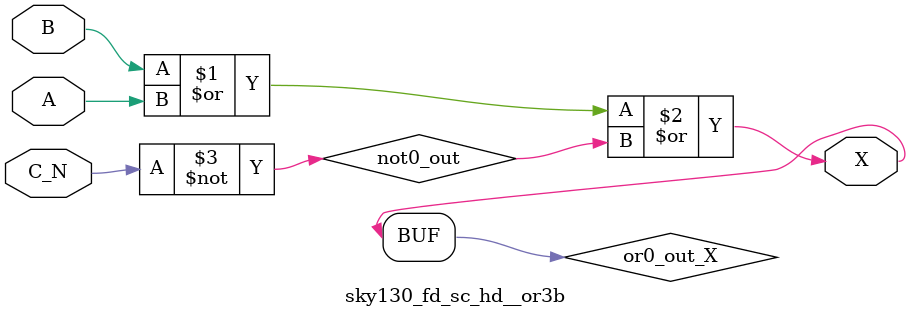
<source format=v>
/*
 * Copyright 2020 The SkyWater PDK Authors
 *
 * Licensed under the Apache License, Version 2.0 (the "License");
 * you may not use this file except in compliance with the License.
 * You may obtain a copy of the License at
 *
 *     https://www.apache.org/licenses/LICENSE-2.0
 *
 * Unless required by applicable law or agreed to in writing, software
 * distributed under the License is distributed on an "AS IS" BASIS,
 * WITHOUT WARRANTIES OR CONDITIONS OF ANY KIND, either express or implied.
 * See the License for the specific language governing permissions and
 * limitations under the License.
 *
 * SPDX-License-Identifier: Apache-2.0
*/


`ifndef SKY130_FD_SC_HD__OR3B_FUNCTIONAL_V
`define SKY130_FD_SC_HD__OR3B_FUNCTIONAL_V

/**
 * or3b: 3-input OR, first input inverted.
 *
 * Verilog simulation functional model.
 */

`timescale 1ns / 1ps
`default_nettype none

`celldefine
module sky130_fd_sc_hd__or3b (
    X  ,
    A  ,
    B  ,
    C_N
);

    // Module ports
    output X  ;
    input  A  ;
    input  B  ;
    input  C_N;

    // Local signals
    wire not0_out ;
    wire or0_out_X;

    //  Name  Output     Other arguments
    not not0 (not0_out , C_N            );
    or  or0  (or0_out_X, B, A, not0_out );
    buf buf0 (X        , or0_out_X      );

endmodule
`endcelldefine

`default_nettype wire
`endif  // SKY130_FD_SC_HD__OR3B_FUNCTIONAL_V

</source>
